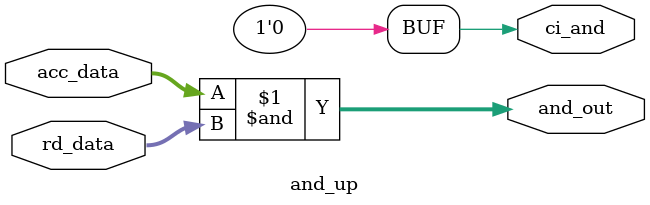
<source format=v>
module and_up(acc_data,rd_data,
			and_out,ci_and);
		
	input [7:0]acc_data,rd_data;
	
	output ci_and;
	output [7:0]and_out;
		
	assign ci_and=1'b0;
	assign and_out=acc_data&rd_data;
	
endmodule
</source>
